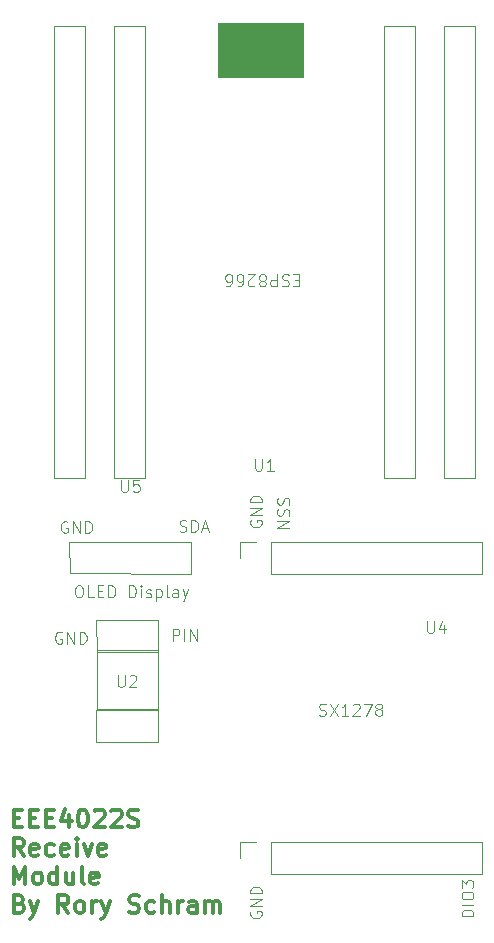
<source format=gbr>
%TF.GenerationSoftware,KiCad,Pcbnew,7.0.7*%
%TF.CreationDate,2023-09-27T12:22:37+02:00*%
%TF.ProjectId,EEE4022S Receiver Circuit,45454534-3032-4325-9320-526563656976,rev?*%
%TF.SameCoordinates,Original*%
%TF.FileFunction,Legend,Top*%
%TF.FilePolarity,Positive*%
%FSLAX46Y46*%
G04 Gerber Fmt 4.6, Leading zero omitted, Abs format (unit mm)*
G04 Created by KiCad (PCBNEW 7.0.7) date 2023-09-27 12:22:37*
%MOMM*%
%LPD*%
G01*
G04 APERTURE LIST*
%ADD10C,0.300000*%
%ADD11C,0.100000*%
%ADD12C,0.120000*%
%ADD13O,1.700000X1.700000*%
%ADD14R,1.700000X1.700000*%
G04 APERTURE END LIST*
D10*
X81580510Y-137312114D02*
X82080510Y-137312114D01*
X82294796Y-138097828D02*
X81580510Y-138097828D01*
X81580510Y-138097828D02*
X81580510Y-136597828D01*
X81580510Y-136597828D02*
X82294796Y-136597828D01*
X82937653Y-137312114D02*
X83437653Y-137312114D01*
X83651939Y-138097828D02*
X82937653Y-138097828D01*
X82937653Y-138097828D02*
X82937653Y-136597828D01*
X82937653Y-136597828D02*
X83651939Y-136597828D01*
X84294796Y-137312114D02*
X84794796Y-137312114D01*
X85009082Y-138097828D02*
X84294796Y-138097828D01*
X84294796Y-138097828D02*
X84294796Y-136597828D01*
X84294796Y-136597828D02*
X85009082Y-136597828D01*
X86294797Y-137097828D02*
X86294797Y-138097828D01*
X85937654Y-136526400D02*
X85580511Y-137597828D01*
X85580511Y-137597828D02*
X86509082Y-137597828D01*
X87366225Y-136597828D02*
X87509082Y-136597828D01*
X87509082Y-136597828D02*
X87651939Y-136669257D01*
X87651939Y-136669257D02*
X87723368Y-136740685D01*
X87723368Y-136740685D02*
X87794796Y-136883542D01*
X87794796Y-136883542D02*
X87866225Y-137169257D01*
X87866225Y-137169257D02*
X87866225Y-137526400D01*
X87866225Y-137526400D02*
X87794796Y-137812114D01*
X87794796Y-137812114D02*
X87723368Y-137954971D01*
X87723368Y-137954971D02*
X87651939Y-138026400D01*
X87651939Y-138026400D02*
X87509082Y-138097828D01*
X87509082Y-138097828D02*
X87366225Y-138097828D01*
X87366225Y-138097828D02*
X87223368Y-138026400D01*
X87223368Y-138026400D02*
X87151939Y-137954971D01*
X87151939Y-137954971D02*
X87080510Y-137812114D01*
X87080510Y-137812114D02*
X87009082Y-137526400D01*
X87009082Y-137526400D02*
X87009082Y-137169257D01*
X87009082Y-137169257D02*
X87080510Y-136883542D01*
X87080510Y-136883542D02*
X87151939Y-136740685D01*
X87151939Y-136740685D02*
X87223368Y-136669257D01*
X87223368Y-136669257D02*
X87366225Y-136597828D01*
X88437653Y-136740685D02*
X88509081Y-136669257D01*
X88509081Y-136669257D02*
X88651939Y-136597828D01*
X88651939Y-136597828D02*
X89009081Y-136597828D01*
X89009081Y-136597828D02*
X89151939Y-136669257D01*
X89151939Y-136669257D02*
X89223367Y-136740685D01*
X89223367Y-136740685D02*
X89294796Y-136883542D01*
X89294796Y-136883542D02*
X89294796Y-137026400D01*
X89294796Y-137026400D02*
X89223367Y-137240685D01*
X89223367Y-137240685D02*
X88366224Y-138097828D01*
X88366224Y-138097828D02*
X89294796Y-138097828D01*
X89866224Y-136740685D02*
X89937652Y-136669257D01*
X89937652Y-136669257D02*
X90080510Y-136597828D01*
X90080510Y-136597828D02*
X90437652Y-136597828D01*
X90437652Y-136597828D02*
X90580510Y-136669257D01*
X90580510Y-136669257D02*
X90651938Y-136740685D01*
X90651938Y-136740685D02*
X90723367Y-136883542D01*
X90723367Y-136883542D02*
X90723367Y-137026400D01*
X90723367Y-137026400D02*
X90651938Y-137240685D01*
X90651938Y-137240685D02*
X89794795Y-138097828D01*
X89794795Y-138097828D02*
X90723367Y-138097828D01*
X91294795Y-138026400D02*
X91509081Y-138097828D01*
X91509081Y-138097828D02*
X91866223Y-138097828D01*
X91866223Y-138097828D02*
X92009081Y-138026400D01*
X92009081Y-138026400D02*
X92080509Y-137954971D01*
X92080509Y-137954971D02*
X92151938Y-137812114D01*
X92151938Y-137812114D02*
X92151938Y-137669257D01*
X92151938Y-137669257D02*
X92080509Y-137526400D01*
X92080509Y-137526400D02*
X92009081Y-137454971D01*
X92009081Y-137454971D02*
X91866223Y-137383542D01*
X91866223Y-137383542D02*
X91580509Y-137312114D01*
X91580509Y-137312114D02*
X91437652Y-137240685D01*
X91437652Y-137240685D02*
X91366223Y-137169257D01*
X91366223Y-137169257D02*
X91294795Y-137026400D01*
X91294795Y-137026400D02*
X91294795Y-136883542D01*
X91294795Y-136883542D02*
X91366223Y-136740685D01*
X91366223Y-136740685D02*
X91437652Y-136669257D01*
X91437652Y-136669257D02*
X91580509Y-136597828D01*
X91580509Y-136597828D02*
X91937652Y-136597828D01*
X91937652Y-136597828D02*
X92151938Y-136669257D01*
X82437653Y-140512828D02*
X81937653Y-139798542D01*
X81580510Y-140512828D02*
X81580510Y-139012828D01*
X81580510Y-139012828D02*
X82151939Y-139012828D01*
X82151939Y-139012828D02*
X82294796Y-139084257D01*
X82294796Y-139084257D02*
X82366225Y-139155685D01*
X82366225Y-139155685D02*
X82437653Y-139298542D01*
X82437653Y-139298542D02*
X82437653Y-139512828D01*
X82437653Y-139512828D02*
X82366225Y-139655685D01*
X82366225Y-139655685D02*
X82294796Y-139727114D01*
X82294796Y-139727114D02*
X82151939Y-139798542D01*
X82151939Y-139798542D02*
X81580510Y-139798542D01*
X83651939Y-140441400D02*
X83509082Y-140512828D01*
X83509082Y-140512828D02*
X83223368Y-140512828D01*
X83223368Y-140512828D02*
X83080510Y-140441400D01*
X83080510Y-140441400D02*
X83009082Y-140298542D01*
X83009082Y-140298542D02*
X83009082Y-139727114D01*
X83009082Y-139727114D02*
X83080510Y-139584257D01*
X83080510Y-139584257D02*
X83223368Y-139512828D01*
X83223368Y-139512828D02*
X83509082Y-139512828D01*
X83509082Y-139512828D02*
X83651939Y-139584257D01*
X83651939Y-139584257D02*
X83723368Y-139727114D01*
X83723368Y-139727114D02*
X83723368Y-139869971D01*
X83723368Y-139869971D02*
X83009082Y-140012828D01*
X85009082Y-140441400D02*
X84866224Y-140512828D01*
X84866224Y-140512828D02*
X84580510Y-140512828D01*
X84580510Y-140512828D02*
X84437653Y-140441400D01*
X84437653Y-140441400D02*
X84366224Y-140369971D01*
X84366224Y-140369971D02*
X84294796Y-140227114D01*
X84294796Y-140227114D02*
X84294796Y-139798542D01*
X84294796Y-139798542D02*
X84366224Y-139655685D01*
X84366224Y-139655685D02*
X84437653Y-139584257D01*
X84437653Y-139584257D02*
X84580510Y-139512828D01*
X84580510Y-139512828D02*
X84866224Y-139512828D01*
X84866224Y-139512828D02*
X85009082Y-139584257D01*
X86223367Y-140441400D02*
X86080510Y-140512828D01*
X86080510Y-140512828D02*
X85794796Y-140512828D01*
X85794796Y-140512828D02*
X85651938Y-140441400D01*
X85651938Y-140441400D02*
X85580510Y-140298542D01*
X85580510Y-140298542D02*
X85580510Y-139727114D01*
X85580510Y-139727114D02*
X85651938Y-139584257D01*
X85651938Y-139584257D02*
X85794796Y-139512828D01*
X85794796Y-139512828D02*
X86080510Y-139512828D01*
X86080510Y-139512828D02*
X86223367Y-139584257D01*
X86223367Y-139584257D02*
X86294796Y-139727114D01*
X86294796Y-139727114D02*
X86294796Y-139869971D01*
X86294796Y-139869971D02*
X85580510Y-140012828D01*
X86937652Y-140512828D02*
X86937652Y-139512828D01*
X86937652Y-139012828D02*
X86866224Y-139084257D01*
X86866224Y-139084257D02*
X86937652Y-139155685D01*
X86937652Y-139155685D02*
X87009081Y-139084257D01*
X87009081Y-139084257D02*
X86937652Y-139012828D01*
X86937652Y-139012828D02*
X86937652Y-139155685D01*
X87509081Y-139512828D02*
X87866224Y-140512828D01*
X87866224Y-140512828D02*
X88223367Y-139512828D01*
X89366224Y-140441400D02*
X89223367Y-140512828D01*
X89223367Y-140512828D02*
X88937653Y-140512828D01*
X88937653Y-140512828D02*
X88794795Y-140441400D01*
X88794795Y-140441400D02*
X88723367Y-140298542D01*
X88723367Y-140298542D02*
X88723367Y-139727114D01*
X88723367Y-139727114D02*
X88794795Y-139584257D01*
X88794795Y-139584257D02*
X88937653Y-139512828D01*
X88937653Y-139512828D02*
X89223367Y-139512828D01*
X89223367Y-139512828D02*
X89366224Y-139584257D01*
X89366224Y-139584257D02*
X89437653Y-139727114D01*
X89437653Y-139727114D02*
X89437653Y-139869971D01*
X89437653Y-139869971D02*
X88723367Y-140012828D01*
X81580510Y-142927828D02*
X81580510Y-141427828D01*
X81580510Y-141427828D02*
X82080510Y-142499257D01*
X82080510Y-142499257D02*
X82580510Y-141427828D01*
X82580510Y-141427828D02*
X82580510Y-142927828D01*
X83509082Y-142927828D02*
X83366225Y-142856400D01*
X83366225Y-142856400D02*
X83294796Y-142784971D01*
X83294796Y-142784971D02*
X83223368Y-142642114D01*
X83223368Y-142642114D02*
X83223368Y-142213542D01*
X83223368Y-142213542D02*
X83294796Y-142070685D01*
X83294796Y-142070685D02*
X83366225Y-141999257D01*
X83366225Y-141999257D02*
X83509082Y-141927828D01*
X83509082Y-141927828D02*
X83723368Y-141927828D01*
X83723368Y-141927828D02*
X83866225Y-141999257D01*
X83866225Y-141999257D02*
X83937654Y-142070685D01*
X83937654Y-142070685D02*
X84009082Y-142213542D01*
X84009082Y-142213542D02*
X84009082Y-142642114D01*
X84009082Y-142642114D02*
X83937654Y-142784971D01*
X83937654Y-142784971D02*
X83866225Y-142856400D01*
X83866225Y-142856400D02*
X83723368Y-142927828D01*
X83723368Y-142927828D02*
X83509082Y-142927828D01*
X85294797Y-142927828D02*
X85294797Y-141427828D01*
X85294797Y-142856400D02*
X85151939Y-142927828D01*
X85151939Y-142927828D02*
X84866225Y-142927828D01*
X84866225Y-142927828D02*
X84723368Y-142856400D01*
X84723368Y-142856400D02*
X84651939Y-142784971D01*
X84651939Y-142784971D02*
X84580511Y-142642114D01*
X84580511Y-142642114D02*
X84580511Y-142213542D01*
X84580511Y-142213542D02*
X84651939Y-142070685D01*
X84651939Y-142070685D02*
X84723368Y-141999257D01*
X84723368Y-141999257D02*
X84866225Y-141927828D01*
X84866225Y-141927828D02*
X85151939Y-141927828D01*
X85151939Y-141927828D02*
X85294797Y-141999257D01*
X86651940Y-141927828D02*
X86651940Y-142927828D01*
X86009082Y-141927828D02*
X86009082Y-142713542D01*
X86009082Y-142713542D02*
X86080511Y-142856400D01*
X86080511Y-142856400D02*
X86223368Y-142927828D01*
X86223368Y-142927828D02*
X86437654Y-142927828D01*
X86437654Y-142927828D02*
X86580511Y-142856400D01*
X86580511Y-142856400D02*
X86651940Y-142784971D01*
X87580511Y-142927828D02*
X87437654Y-142856400D01*
X87437654Y-142856400D02*
X87366225Y-142713542D01*
X87366225Y-142713542D02*
X87366225Y-141427828D01*
X88723368Y-142856400D02*
X88580511Y-142927828D01*
X88580511Y-142927828D02*
X88294797Y-142927828D01*
X88294797Y-142927828D02*
X88151939Y-142856400D01*
X88151939Y-142856400D02*
X88080511Y-142713542D01*
X88080511Y-142713542D02*
X88080511Y-142142114D01*
X88080511Y-142142114D02*
X88151939Y-141999257D01*
X88151939Y-141999257D02*
X88294797Y-141927828D01*
X88294797Y-141927828D02*
X88580511Y-141927828D01*
X88580511Y-141927828D02*
X88723368Y-141999257D01*
X88723368Y-141999257D02*
X88794797Y-142142114D01*
X88794797Y-142142114D02*
X88794797Y-142284971D01*
X88794797Y-142284971D02*
X88080511Y-142427828D01*
X82080510Y-144557114D02*
X82294796Y-144628542D01*
X82294796Y-144628542D02*
X82366225Y-144699971D01*
X82366225Y-144699971D02*
X82437653Y-144842828D01*
X82437653Y-144842828D02*
X82437653Y-145057114D01*
X82437653Y-145057114D02*
X82366225Y-145199971D01*
X82366225Y-145199971D02*
X82294796Y-145271400D01*
X82294796Y-145271400D02*
X82151939Y-145342828D01*
X82151939Y-145342828D02*
X81580510Y-145342828D01*
X81580510Y-145342828D02*
X81580510Y-143842828D01*
X81580510Y-143842828D02*
X82080510Y-143842828D01*
X82080510Y-143842828D02*
X82223368Y-143914257D01*
X82223368Y-143914257D02*
X82294796Y-143985685D01*
X82294796Y-143985685D02*
X82366225Y-144128542D01*
X82366225Y-144128542D02*
X82366225Y-144271400D01*
X82366225Y-144271400D02*
X82294796Y-144414257D01*
X82294796Y-144414257D02*
X82223368Y-144485685D01*
X82223368Y-144485685D02*
X82080510Y-144557114D01*
X82080510Y-144557114D02*
X81580510Y-144557114D01*
X82937653Y-144342828D02*
X83294796Y-145342828D01*
X83651939Y-144342828D02*
X83294796Y-145342828D01*
X83294796Y-145342828D02*
X83151939Y-145699971D01*
X83151939Y-145699971D02*
X83080510Y-145771400D01*
X83080510Y-145771400D02*
X82937653Y-145842828D01*
X86223367Y-145342828D02*
X85723367Y-144628542D01*
X85366224Y-145342828D02*
X85366224Y-143842828D01*
X85366224Y-143842828D02*
X85937653Y-143842828D01*
X85937653Y-143842828D02*
X86080510Y-143914257D01*
X86080510Y-143914257D02*
X86151939Y-143985685D01*
X86151939Y-143985685D02*
X86223367Y-144128542D01*
X86223367Y-144128542D02*
X86223367Y-144342828D01*
X86223367Y-144342828D02*
X86151939Y-144485685D01*
X86151939Y-144485685D02*
X86080510Y-144557114D01*
X86080510Y-144557114D02*
X85937653Y-144628542D01*
X85937653Y-144628542D02*
X85366224Y-144628542D01*
X87080510Y-145342828D02*
X86937653Y-145271400D01*
X86937653Y-145271400D02*
X86866224Y-145199971D01*
X86866224Y-145199971D02*
X86794796Y-145057114D01*
X86794796Y-145057114D02*
X86794796Y-144628542D01*
X86794796Y-144628542D02*
X86866224Y-144485685D01*
X86866224Y-144485685D02*
X86937653Y-144414257D01*
X86937653Y-144414257D02*
X87080510Y-144342828D01*
X87080510Y-144342828D02*
X87294796Y-144342828D01*
X87294796Y-144342828D02*
X87437653Y-144414257D01*
X87437653Y-144414257D02*
X87509082Y-144485685D01*
X87509082Y-144485685D02*
X87580510Y-144628542D01*
X87580510Y-144628542D02*
X87580510Y-145057114D01*
X87580510Y-145057114D02*
X87509082Y-145199971D01*
X87509082Y-145199971D02*
X87437653Y-145271400D01*
X87437653Y-145271400D02*
X87294796Y-145342828D01*
X87294796Y-145342828D02*
X87080510Y-145342828D01*
X88223367Y-145342828D02*
X88223367Y-144342828D01*
X88223367Y-144628542D02*
X88294796Y-144485685D01*
X88294796Y-144485685D02*
X88366225Y-144414257D01*
X88366225Y-144414257D02*
X88509082Y-144342828D01*
X88509082Y-144342828D02*
X88651939Y-144342828D01*
X89009081Y-144342828D02*
X89366224Y-145342828D01*
X89723367Y-144342828D02*
X89366224Y-145342828D01*
X89366224Y-145342828D02*
X89223367Y-145699971D01*
X89223367Y-145699971D02*
X89151938Y-145771400D01*
X89151938Y-145771400D02*
X89009081Y-145842828D01*
X91366224Y-145271400D02*
X91580510Y-145342828D01*
X91580510Y-145342828D02*
X91937652Y-145342828D01*
X91937652Y-145342828D02*
X92080510Y-145271400D01*
X92080510Y-145271400D02*
X92151938Y-145199971D01*
X92151938Y-145199971D02*
X92223367Y-145057114D01*
X92223367Y-145057114D02*
X92223367Y-144914257D01*
X92223367Y-144914257D02*
X92151938Y-144771400D01*
X92151938Y-144771400D02*
X92080510Y-144699971D01*
X92080510Y-144699971D02*
X91937652Y-144628542D01*
X91937652Y-144628542D02*
X91651938Y-144557114D01*
X91651938Y-144557114D02*
X91509081Y-144485685D01*
X91509081Y-144485685D02*
X91437652Y-144414257D01*
X91437652Y-144414257D02*
X91366224Y-144271400D01*
X91366224Y-144271400D02*
X91366224Y-144128542D01*
X91366224Y-144128542D02*
X91437652Y-143985685D01*
X91437652Y-143985685D02*
X91509081Y-143914257D01*
X91509081Y-143914257D02*
X91651938Y-143842828D01*
X91651938Y-143842828D02*
X92009081Y-143842828D01*
X92009081Y-143842828D02*
X92223367Y-143914257D01*
X93509081Y-145271400D02*
X93366223Y-145342828D01*
X93366223Y-145342828D02*
X93080509Y-145342828D01*
X93080509Y-145342828D02*
X92937652Y-145271400D01*
X92937652Y-145271400D02*
X92866223Y-145199971D01*
X92866223Y-145199971D02*
X92794795Y-145057114D01*
X92794795Y-145057114D02*
X92794795Y-144628542D01*
X92794795Y-144628542D02*
X92866223Y-144485685D01*
X92866223Y-144485685D02*
X92937652Y-144414257D01*
X92937652Y-144414257D02*
X93080509Y-144342828D01*
X93080509Y-144342828D02*
X93366223Y-144342828D01*
X93366223Y-144342828D02*
X93509081Y-144414257D01*
X94151937Y-145342828D02*
X94151937Y-143842828D01*
X94794795Y-145342828D02*
X94794795Y-144557114D01*
X94794795Y-144557114D02*
X94723366Y-144414257D01*
X94723366Y-144414257D02*
X94580509Y-144342828D01*
X94580509Y-144342828D02*
X94366223Y-144342828D01*
X94366223Y-144342828D02*
X94223366Y-144414257D01*
X94223366Y-144414257D02*
X94151937Y-144485685D01*
X95509080Y-145342828D02*
X95509080Y-144342828D01*
X95509080Y-144628542D02*
X95580509Y-144485685D01*
X95580509Y-144485685D02*
X95651938Y-144414257D01*
X95651938Y-144414257D02*
X95794795Y-144342828D01*
X95794795Y-144342828D02*
X95937652Y-144342828D01*
X97080509Y-145342828D02*
X97080509Y-144557114D01*
X97080509Y-144557114D02*
X97009080Y-144414257D01*
X97009080Y-144414257D02*
X96866223Y-144342828D01*
X96866223Y-144342828D02*
X96580509Y-144342828D01*
X96580509Y-144342828D02*
X96437651Y-144414257D01*
X97080509Y-145271400D02*
X96937651Y-145342828D01*
X96937651Y-145342828D02*
X96580509Y-145342828D01*
X96580509Y-145342828D02*
X96437651Y-145271400D01*
X96437651Y-145271400D02*
X96366223Y-145128542D01*
X96366223Y-145128542D02*
X96366223Y-144985685D01*
X96366223Y-144985685D02*
X96437651Y-144842828D01*
X96437651Y-144842828D02*
X96580509Y-144771400D01*
X96580509Y-144771400D02*
X96937651Y-144771400D01*
X96937651Y-144771400D02*
X97080509Y-144699971D01*
X97794794Y-145342828D02*
X97794794Y-144342828D01*
X97794794Y-144485685D02*
X97866223Y-144414257D01*
X97866223Y-144414257D02*
X98009080Y-144342828D01*
X98009080Y-144342828D02*
X98223366Y-144342828D01*
X98223366Y-144342828D02*
X98366223Y-144414257D01*
X98366223Y-144414257D02*
X98437652Y-144557114D01*
X98437652Y-144557114D02*
X98437652Y-145342828D01*
X98437652Y-144557114D02*
X98509080Y-144414257D01*
X98509080Y-144414257D02*
X98651937Y-144342828D01*
X98651937Y-144342828D02*
X98866223Y-144342828D01*
X98866223Y-144342828D02*
X99009080Y-144414257D01*
X99009080Y-144414257D02*
X99080509Y-144557114D01*
X99080509Y-144557114D02*
X99080509Y-145342828D01*
D11*
X102033095Y-106899419D02*
X102033095Y-107708942D01*
X102033095Y-107708942D02*
X102080714Y-107804180D01*
X102080714Y-107804180D02*
X102128333Y-107851800D01*
X102128333Y-107851800D02*
X102223571Y-107899419D01*
X102223571Y-107899419D02*
X102414047Y-107899419D01*
X102414047Y-107899419D02*
X102509285Y-107851800D01*
X102509285Y-107851800D02*
X102556904Y-107804180D01*
X102556904Y-107804180D02*
X102604523Y-107708942D01*
X102604523Y-107708942D02*
X102604523Y-106899419D01*
X103604523Y-107899419D02*
X103033095Y-107899419D01*
X103318809Y-107899419D02*
X103318809Y-106899419D01*
X103318809Y-106899419D02*
X103223571Y-107042276D01*
X103223571Y-107042276D02*
X103128333Y-107137514D01*
X103128333Y-107137514D02*
X103033095Y-107185133D01*
X105751115Y-91799390D02*
X105417782Y-91799390D01*
X105274925Y-91275580D02*
X105751115Y-91275580D01*
X105751115Y-91275580D02*
X105751115Y-92275580D01*
X105751115Y-92275580D02*
X105274925Y-92275580D01*
X104893972Y-91323200D02*
X104751115Y-91275580D01*
X104751115Y-91275580D02*
X104513020Y-91275580D01*
X104513020Y-91275580D02*
X104417782Y-91323200D01*
X104417782Y-91323200D02*
X104370163Y-91370819D01*
X104370163Y-91370819D02*
X104322544Y-91466057D01*
X104322544Y-91466057D02*
X104322544Y-91561295D01*
X104322544Y-91561295D02*
X104370163Y-91656533D01*
X104370163Y-91656533D02*
X104417782Y-91704152D01*
X104417782Y-91704152D02*
X104513020Y-91751771D01*
X104513020Y-91751771D02*
X104703496Y-91799390D01*
X104703496Y-91799390D02*
X104798734Y-91847009D01*
X104798734Y-91847009D02*
X104846353Y-91894628D01*
X104846353Y-91894628D02*
X104893972Y-91989866D01*
X104893972Y-91989866D02*
X104893972Y-92085104D01*
X104893972Y-92085104D02*
X104846353Y-92180342D01*
X104846353Y-92180342D02*
X104798734Y-92227961D01*
X104798734Y-92227961D02*
X104703496Y-92275580D01*
X104703496Y-92275580D02*
X104465401Y-92275580D01*
X104465401Y-92275580D02*
X104322544Y-92227961D01*
X103893972Y-91275580D02*
X103893972Y-92275580D01*
X103893972Y-92275580D02*
X103513020Y-92275580D01*
X103513020Y-92275580D02*
X103417782Y-92227961D01*
X103417782Y-92227961D02*
X103370163Y-92180342D01*
X103370163Y-92180342D02*
X103322544Y-92085104D01*
X103322544Y-92085104D02*
X103322544Y-91942247D01*
X103322544Y-91942247D02*
X103370163Y-91847009D01*
X103370163Y-91847009D02*
X103417782Y-91799390D01*
X103417782Y-91799390D02*
X103513020Y-91751771D01*
X103513020Y-91751771D02*
X103893972Y-91751771D01*
X102751115Y-91847009D02*
X102846353Y-91894628D01*
X102846353Y-91894628D02*
X102893972Y-91942247D01*
X102893972Y-91942247D02*
X102941591Y-92037485D01*
X102941591Y-92037485D02*
X102941591Y-92085104D01*
X102941591Y-92085104D02*
X102893972Y-92180342D01*
X102893972Y-92180342D02*
X102846353Y-92227961D01*
X102846353Y-92227961D02*
X102751115Y-92275580D01*
X102751115Y-92275580D02*
X102560639Y-92275580D01*
X102560639Y-92275580D02*
X102465401Y-92227961D01*
X102465401Y-92227961D02*
X102417782Y-92180342D01*
X102417782Y-92180342D02*
X102370163Y-92085104D01*
X102370163Y-92085104D02*
X102370163Y-92037485D01*
X102370163Y-92037485D02*
X102417782Y-91942247D01*
X102417782Y-91942247D02*
X102465401Y-91894628D01*
X102465401Y-91894628D02*
X102560639Y-91847009D01*
X102560639Y-91847009D02*
X102751115Y-91847009D01*
X102751115Y-91847009D02*
X102846353Y-91799390D01*
X102846353Y-91799390D02*
X102893972Y-91751771D01*
X102893972Y-91751771D02*
X102941591Y-91656533D01*
X102941591Y-91656533D02*
X102941591Y-91466057D01*
X102941591Y-91466057D02*
X102893972Y-91370819D01*
X102893972Y-91370819D02*
X102846353Y-91323200D01*
X102846353Y-91323200D02*
X102751115Y-91275580D01*
X102751115Y-91275580D02*
X102560639Y-91275580D01*
X102560639Y-91275580D02*
X102465401Y-91323200D01*
X102465401Y-91323200D02*
X102417782Y-91370819D01*
X102417782Y-91370819D02*
X102370163Y-91466057D01*
X102370163Y-91466057D02*
X102370163Y-91656533D01*
X102370163Y-91656533D02*
X102417782Y-91751771D01*
X102417782Y-91751771D02*
X102465401Y-91799390D01*
X102465401Y-91799390D02*
X102560639Y-91847009D01*
X101989210Y-92180342D02*
X101941591Y-92227961D01*
X101941591Y-92227961D02*
X101846353Y-92275580D01*
X101846353Y-92275580D02*
X101608258Y-92275580D01*
X101608258Y-92275580D02*
X101513020Y-92227961D01*
X101513020Y-92227961D02*
X101465401Y-92180342D01*
X101465401Y-92180342D02*
X101417782Y-92085104D01*
X101417782Y-92085104D02*
X101417782Y-91989866D01*
X101417782Y-91989866D02*
X101465401Y-91847009D01*
X101465401Y-91847009D02*
X102036829Y-91275580D01*
X102036829Y-91275580D02*
X101417782Y-91275580D01*
X100560639Y-92275580D02*
X100751115Y-92275580D01*
X100751115Y-92275580D02*
X100846353Y-92227961D01*
X100846353Y-92227961D02*
X100893972Y-92180342D01*
X100893972Y-92180342D02*
X100989210Y-92037485D01*
X100989210Y-92037485D02*
X101036829Y-91847009D01*
X101036829Y-91847009D02*
X101036829Y-91466057D01*
X101036829Y-91466057D02*
X100989210Y-91370819D01*
X100989210Y-91370819D02*
X100941591Y-91323200D01*
X100941591Y-91323200D02*
X100846353Y-91275580D01*
X100846353Y-91275580D02*
X100655877Y-91275580D01*
X100655877Y-91275580D02*
X100560639Y-91323200D01*
X100560639Y-91323200D02*
X100513020Y-91370819D01*
X100513020Y-91370819D02*
X100465401Y-91466057D01*
X100465401Y-91466057D02*
X100465401Y-91704152D01*
X100465401Y-91704152D02*
X100513020Y-91799390D01*
X100513020Y-91799390D02*
X100560639Y-91847009D01*
X100560639Y-91847009D02*
X100655877Y-91894628D01*
X100655877Y-91894628D02*
X100846353Y-91894628D01*
X100846353Y-91894628D02*
X100941591Y-91847009D01*
X100941591Y-91847009D02*
X100989210Y-91799390D01*
X100989210Y-91799390D02*
X101036829Y-91704152D01*
X99608258Y-92275580D02*
X99798734Y-92275580D01*
X99798734Y-92275580D02*
X99893972Y-92227961D01*
X99893972Y-92227961D02*
X99941591Y-92180342D01*
X99941591Y-92180342D02*
X100036829Y-92037485D01*
X100036829Y-92037485D02*
X100084448Y-91847009D01*
X100084448Y-91847009D02*
X100084448Y-91466057D01*
X100084448Y-91466057D02*
X100036829Y-91370819D01*
X100036829Y-91370819D02*
X99989210Y-91323200D01*
X99989210Y-91323200D02*
X99893972Y-91275580D01*
X99893972Y-91275580D02*
X99703496Y-91275580D01*
X99703496Y-91275580D02*
X99608258Y-91323200D01*
X99608258Y-91323200D02*
X99560639Y-91370819D01*
X99560639Y-91370819D02*
X99513020Y-91466057D01*
X99513020Y-91466057D02*
X99513020Y-91704152D01*
X99513020Y-91704152D02*
X99560639Y-91799390D01*
X99560639Y-91799390D02*
X99608258Y-91847009D01*
X99608258Y-91847009D02*
X99703496Y-91894628D01*
X99703496Y-91894628D02*
X99893972Y-91894628D01*
X99893972Y-91894628D02*
X99989210Y-91847009D01*
X99989210Y-91847009D02*
X100036829Y-91799390D01*
X100036829Y-91799390D02*
X100084448Y-91704152D01*
X116586095Y-120639419D02*
X116586095Y-121448942D01*
X116586095Y-121448942D02*
X116633714Y-121544180D01*
X116633714Y-121544180D02*
X116681333Y-121591800D01*
X116681333Y-121591800D02*
X116776571Y-121639419D01*
X116776571Y-121639419D02*
X116967047Y-121639419D01*
X116967047Y-121639419D02*
X117062285Y-121591800D01*
X117062285Y-121591800D02*
X117109904Y-121544180D01*
X117109904Y-121544180D02*
X117157523Y-121448942D01*
X117157523Y-121448942D02*
X117157523Y-120639419D01*
X118062285Y-120972752D02*
X118062285Y-121639419D01*
X117824190Y-120591800D02*
X117586095Y-121306085D01*
X117586095Y-121306085D02*
X118205142Y-121306085D01*
X120515419Y-145637115D02*
X119515419Y-145637115D01*
X119515419Y-145637115D02*
X119515419Y-145399020D01*
X119515419Y-145399020D02*
X119563038Y-145256163D01*
X119563038Y-145256163D02*
X119658276Y-145160925D01*
X119658276Y-145160925D02*
X119753514Y-145113306D01*
X119753514Y-145113306D02*
X119943990Y-145065687D01*
X119943990Y-145065687D02*
X120086847Y-145065687D01*
X120086847Y-145065687D02*
X120277323Y-145113306D01*
X120277323Y-145113306D02*
X120372561Y-145160925D01*
X120372561Y-145160925D02*
X120467800Y-145256163D01*
X120467800Y-145256163D02*
X120515419Y-145399020D01*
X120515419Y-145399020D02*
X120515419Y-145637115D01*
X120515419Y-144637115D02*
X119515419Y-144637115D01*
X119515419Y-143970449D02*
X119515419Y-143779973D01*
X119515419Y-143779973D02*
X119563038Y-143684735D01*
X119563038Y-143684735D02*
X119658276Y-143589497D01*
X119658276Y-143589497D02*
X119848752Y-143541878D01*
X119848752Y-143541878D02*
X120182085Y-143541878D01*
X120182085Y-143541878D02*
X120372561Y-143589497D01*
X120372561Y-143589497D02*
X120467800Y-143684735D01*
X120467800Y-143684735D02*
X120515419Y-143779973D01*
X120515419Y-143779973D02*
X120515419Y-143970449D01*
X120515419Y-143970449D02*
X120467800Y-144065687D01*
X120467800Y-144065687D02*
X120372561Y-144160925D01*
X120372561Y-144160925D02*
X120182085Y-144208544D01*
X120182085Y-144208544D02*
X119848752Y-144208544D01*
X119848752Y-144208544D02*
X119658276Y-144160925D01*
X119658276Y-144160925D02*
X119563038Y-144065687D01*
X119563038Y-144065687D02*
X119515419Y-143970449D01*
X119515419Y-143208544D02*
X119515419Y-142589497D01*
X119515419Y-142589497D02*
X119896371Y-142922830D01*
X119896371Y-142922830D02*
X119896371Y-142779973D01*
X119896371Y-142779973D02*
X119943990Y-142684735D01*
X119943990Y-142684735D02*
X119991609Y-142637116D01*
X119991609Y-142637116D02*
X120086847Y-142589497D01*
X120086847Y-142589497D02*
X120324942Y-142589497D01*
X120324942Y-142589497D02*
X120420180Y-142637116D01*
X120420180Y-142637116D02*
X120467800Y-142684735D01*
X120467800Y-142684735D02*
X120515419Y-142779973D01*
X120515419Y-142779973D02*
X120515419Y-143065687D01*
X120515419Y-143065687D02*
X120467800Y-143160925D01*
X120467800Y-143160925D02*
X120420180Y-143208544D01*
X107459265Y-128605800D02*
X107602122Y-128653419D01*
X107602122Y-128653419D02*
X107840217Y-128653419D01*
X107840217Y-128653419D02*
X107935455Y-128605800D01*
X107935455Y-128605800D02*
X107983074Y-128558180D01*
X107983074Y-128558180D02*
X108030693Y-128462942D01*
X108030693Y-128462942D02*
X108030693Y-128367704D01*
X108030693Y-128367704D02*
X107983074Y-128272466D01*
X107983074Y-128272466D02*
X107935455Y-128224847D01*
X107935455Y-128224847D02*
X107840217Y-128177228D01*
X107840217Y-128177228D02*
X107649741Y-128129609D01*
X107649741Y-128129609D02*
X107554503Y-128081990D01*
X107554503Y-128081990D02*
X107506884Y-128034371D01*
X107506884Y-128034371D02*
X107459265Y-127939133D01*
X107459265Y-127939133D02*
X107459265Y-127843895D01*
X107459265Y-127843895D02*
X107506884Y-127748657D01*
X107506884Y-127748657D02*
X107554503Y-127701038D01*
X107554503Y-127701038D02*
X107649741Y-127653419D01*
X107649741Y-127653419D02*
X107887836Y-127653419D01*
X107887836Y-127653419D02*
X108030693Y-127701038D01*
X108364027Y-127653419D02*
X109030693Y-128653419D01*
X109030693Y-127653419D02*
X108364027Y-128653419D01*
X109935455Y-128653419D02*
X109364027Y-128653419D01*
X109649741Y-128653419D02*
X109649741Y-127653419D01*
X109649741Y-127653419D02*
X109554503Y-127796276D01*
X109554503Y-127796276D02*
X109459265Y-127891514D01*
X109459265Y-127891514D02*
X109364027Y-127939133D01*
X110316408Y-127748657D02*
X110364027Y-127701038D01*
X110364027Y-127701038D02*
X110459265Y-127653419D01*
X110459265Y-127653419D02*
X110697360Y-127653419D01*
X110697360Y-127653419D02*
X110792598Y-127701038D01*
X110792598Y-127701038D02*
X110840217Y-127748657D01*
X110840217Y-127748657D02*
X110887836Y-127843895D01*
X110887836Y-127843895D02*
X110887836Y-127939133D01*
X110887836Y-127939133D02*
X110840217Y-128081990D01*
X110840217Y-128081990D02*
X110268789Y-128653419D01*
X110268789Y-128653419D02*
X110887836Y-128653419D01*
X111221170Y-127653419D02*
X111887836Y-127653419D01*
X111887836Y-127653419D02*
X111459265Y-128653419D01*
X112411646Y-128081990D02*
X112316408Y-128034371D01*
X112316408Y-128034371D02*
X112268789Y-127986752D01*
X112268789Y-127986752D02*
X112221170Y-127891514D01*
X112221170Y-127891514D02*
X112221170Y-127843895D01*
X112221170Y-127843895D02*
X112268789Y-127748657D01*
X112268789Y-127748657D02*
X112316408Y-127701038D01*
X112316408Y-127701038D02*
X112411646Y-127653419D01*
X112411646Y-127653419D02*
X112602122Y-127653419D01*
X112602122Y-127653419D02*
X112697360Y-127701038D01*
X112697360Y-127701038D02*
X112744979Y-127748657D01*
X112744979Y-127748657D02*
X112792598Y-127843895D01*
X112792598Y-127843895D02*
X112792598Y-127891514D01*
X112792598Y-127891514D02*
X112744979Y-127986752D01*
X112744979Y-127986752D02*
X112697360Y-128034371D01*
X112697360Y-128034371D02*
X112602122Y-128081990D01*
X112602122Y-128081990D02*
X112411646Y-128081990D01*
X112411646Y-128081990D02*
X112316408Y-128129609D01*
X112316408Y-128129609D02*
X112268789Y-128177228D01*
X112268789Y-128177228D02*
X112221170Y-128272466D01*
X112221170Y-128272466D02*
X112221170Y-128462942D01*
X112221170Y-128462942D02*
X112268789Y-128558180D01*
X112268789Y-128558180D02*
X112316408Y-128605800D01*
X112316408Y-128605800D02*
X112411646Y-128653419D01*
X112411646Y-128653419D02*
X112602122Y-128653419D01*
X112602122Y-128653419D02*
X112697360Y-128605800D01*
X112697360Y-128605800D02*
X112744979Y-128558180D01*
X112744979Y-128558180D02*
X112792598Y-128462942D01*
X112792598Y-128462942D02*
X112792598Y-128272466D01*
X112792598Y-128272466D02*
X112744979Y-128177228D01*
X112744979Y-128177228D02*
X112697360Y-128129609D01*
X112697360Y-128129609D02*
X112602122Y-128081990D01*
X101663038Y-112113306D02*
X101615419Y-112208544D01*
X101615419Y-112208544D02*
X101615419Y-112351401D01*
X101615419Y-112351401D02*
X101663038Y-112494258D01*
X101663038Y-112494258D02*
X101758276Y-112589496D01*
X101758276Y-112589496D02*
X101853514Y-112637115D01*
X101853514Y-112637115D02*
X102043990Y-112684734D01*
X102043990Y-112684734D02*
X102186847Y-112684734D01*
X102186847Y-112684734D02*
X102377323Y-112637115D01*
X102377323Y-112637115D02*
X102472561Y-112589496D01*
X102472561Y-112589496D02*
X102567800Y-112494258D01*
X102567800Y-112494258D02*
X102615419Y-112351401D01*
X102615419Y-112351401D02*
X102615419Y-112256163D01*
X102615419Y-112256163D02*
X102567800Y-112113306D01*
X102567800Y-112113306D02*
X102520180Y-112065687D01*
X102520180Y-112065687D02*
X102186847Y-112065687D01*
X102186847Y-112065687D02*
X102186847Y-112256163D01*
X102615419Y-111637115D02*
X101615419Y-111637115D01*
X101615419Y-111637115D02*
X102615419Y-111065687D01*
X102615419Y-111065687D02*
X101615419Y-111065687D01*
X102615419Y-110589496D02*
X101615419Y-110589496D01*
X101615419Y-110589496D02*
X101615419Y-110351401D01*
X101615419Y-110351401D02*
X101663038Y-110208544D01*
X101663038Y-110208544D02*
X101758276Y-110113306D01*
X101758276Y-110113306D02*
X101853514Y-110065687D01*
X101853514Y-110065687D02*
X102043990Y-110018068D01*
X102043990Y-110018068D02*
X102186847Y-110018068D01*
X102186847Y-110018068D02*
X102377323Y-110065687D01*
X102377323Y-110065687D02*
X102472561Y-110113306D01*
X102472561Y-110113306D02*
X102567800Y-110208544D01*
X102567800Y-110208544D02*
X102615419Y-110351401D01*
X102615419Y-110351401D02*
X102615419Y-110589496D01*
X101663038Y-145213306D02*
X101615419Y-145308544D01*
X101615419Y-145308544D02*
X101615419Y-145451401D01*
X101615419Y-145451401D02*
X101663038Y-145594258D01*
X101663038Y-145594258D02*
X101758276Y-145689496D01*
X101758276Y-145689496D02*
X101853514Y-145737115D01*
X101853514Y-145737115D02*
X102043990Y-145784734D01*
X102043990Y-145784734D02*
X102186847Y-145784734D01*
X102186847Y-145784734D02*
X102377323Y-145737115D01*
X102377323Y-145737115D02*
X102472561Y-145689496D01*
X102472561Y-145689496D02*
X102567800Y-145594258D01*
X102567800Y-145594258D02*
X102615419Y-145451401D01*
X102615419Y-145451401D02*
X102615419Y-145356163D01*
X102615419Y-145356163D02*
X102567800Y-145213306D01*
X102567800Y-145213306D02*
X102520180Y-145165687D01*
X102520180Y-145165687D02*
X102186847Y-145165687D01*
X102186847Y-145165687D02*
X102186847Y-145356163D01*
X102615419Y-144737115D02*
X101615419Y-144737115D01*
X101615419Y-144737115D02*
X102615419Y-144165687D01*
X102615419Y-144165687D02*
X101615419Y-144165687D01*
X102615419Y-143689496D02*
X101615419Y-143689496D01*
X101615419Y-143689496D02*
X101615419Y-143451401D01*
X101615419Y-143451401D02*
X101663038Y-143308544D01*
X101663038Y-143308544D02*
X101758276Y-143213306D01*
X101758276Y-143213306D02*
X101853514Y-143165687D01*
X101853514Y-143165687D02*
X102043990Y-143118068D01*
X102043990Y-143118068D02*
X102186847Y-143118068D01*
X102186847Y-143118068D02*
X102377323Y-143165687D01*
X102377323Y-143165687D02*
X102472561Y-143213306D01*
X102472561Y-143213306D02*
X102567800Y-143308544D01*
X102567800Y-143308544D02*
X102615419Y-143451401D01*
X102615419Y-143451401D02*
X102615419Y-143689496D01*
X104915419Y-112737115D02*
X103915419Y-112737115D01*
X103915419Y-112737115D02*
X104915419Y-112165687D01*
X104915419Y-112165687D02*
X103915419Y-112165687D01*
X104867800Y-111737115D02*
X104915419Y-111594258D01*
X104915419Y-111594258D02*
X104915419Y-111356163D01*
X104915419Y-111356163D02*
X104867800Y-111260925D01*
X104867800Y-111260925D02*
X104820180Y-111213306D01*
X104820180Y-111213306D02*
X104724942Y-111165687D01*
X104724942Y-111165687D02*
X104629704Y-111165687D01*
X104629704Y-111165687D02*
X104534466Y-111213306D01*
X104534466Y-111213306D02*
X104486847Y-111260925D01*
X104486847Y-111260925D02*
X104439228Y-111356163D01*
X104439228Y-111356163D02*
X104391609Y-111546639D01*
X104391609Y-111546639D02*
X104343990Y-111641877D01*
X104343990Y-111641877D02*
X104296371Y-111689496D01*
X104296371Y-111689496D02*
X104201133Y-111737115D01*
X104201133Y-111737115D02*
X104105895Y-111737115D01*
X104105895Y-111737115D02*
X104010657Y-111689496D01*
X104010657Y-111689496D02*
X103963038Y-111641877D01*
X103963038Y-111641877D02*
X103915419Y-111546639D01*
X103915419Y-111546639D02*
X103915419Y-111308544D01*
X103915419Y-111308544D02*
X103963038Y-111165687D01*
X104867800Y-110784734D02*
X104915419Y-110641877D01*
X104915419Y-110641877D02*
X104915419Y-110403782D01*
X104915419Y-110403782D02*
X104867800Y-110308544D01*
X104867800Y-110308544D02*
X104820180Y-110260925D01*
X104820180Y-110260925D02*
X104724942Y-110213306D01*
X104724942Y-110213306D02*
X104629704Y-110213306D01*
X104629704Y-110213306D02*
X104534466Y-110260925D01*
X104534466Y-110260925D02*
X104486847Y-110308544D01*
X104486847Y-110308544D02*
X104439228Y-110403782D01*
X104439228Y-110403782D02*
X104391609Y-110594258D01*
X104391609Y-110594258D02*
X104343990Y-110689496D01*
X104343990Y-110689496D02*
X104296371Y-110737115D01*
X104296371Y-110737115D02*
X104201133Y-110784734D01*
X104201133Y-110784734D02*
X104105895Y-110784734D01*
X104105895Y-110784734D02*
X104010657Y-110737115D01*
X104010657Y-110737115D02*
X103963038Y-110689496D01*
X103963038Y-110689496D02*
X103915419Y-110594258D01*
X103915419Y-110594258D02*
X103915419Y-110356163D01*
X103915419Y-110356163D02*
X103963038Y-110213306D01*
X90404095Y-125212419D02*
X90404095Y-126021942D01*
X90404095Y-126021942D02*
X90451714Y-126117180D01*
X90451714Y-126117180D02*
X90499333Y-126164800D01*
X90499333Y-126164800D02*
X90594571Y-126212419D01*
X90594571Y-126212419D02*
X90785047Y-126212419D01*
X90785047Y-126212419D02*
X90880285Y-126164800D01*
X90880285Y-126164800D02*
X90927904Y-126117180D01*
X90927904Y-126117180D02*
X90975523Y-126021942D01*
X90975523Y-126021942D02*
X90975523Y-125212419D01*
X91404095Y-125307657D02*
X91451714Y-125260038D01*
X91451714Y-125260038D02*
X91546952Y-125212419D01*
X91546952Y-125212419D02*
X91785047Y-125212419D01*
X91785047Y-125212419D02*
X91880285Y-125260038D01*
X91880285Y-125260038D02*
X91927904Y-125307657D01*
X91927904Y-125307657D02*
X91975523Y-125402895D01*
X91975523Y-125402895D02*
X91975523Y-125498133D01*
X91975523Y-125498133D02*
X91927904Y-125640990D01*
X91927904Y-125640990D02*
X91356476Y-126212419D01*
X91356476Y-126212419D02*
X91975523Y-126212419D01*
X85663693Y-121602038D02*
X85568455Y-121554419D01*
X85568455Y-121554419D02*
X85425598Y-121554419D01*
X85425598Y-121554419D02*
X85282741Y-121602038D01*
X85282741Y-121602038D02*
X85187503Y-121697276D01*
X85187503Y-121697276D02*
X85139884Y-121792514D01*
X85139884Y-121792514D02*
X85092265Y-121982990D01*
X85092265Y-121982990D02*
X85092265Y-122125847D01*
X85092265Y-122125847D02*
X85139884Y-122316323D01*
X85139884Y-122316323D02*
X85187503Y-122411561D01*
X85187503Y-122411561D02*
X85282741Y-122506800D01*
X85282741Y-122506800D02*
X85425598Y-122554419D01*
X85425598Y-122554419D02*
X85520836Y-122554419D01*
X85520836Y-122554419D02*
X85663693Y-122506800D01*
X85663693Y-122506800D02*
X85711312Y-122459180D01*
X85711312Y-122459180D02*
X85711312Y-122125847D01*
X85711312Y-122125847D02*
X85520836Y-122125847D01*
X86139884Y-122554419D02*
X86139884Y-121554419D01*
X86139884Y-121554419D02*
X86711312Y-122554419D01*
X86711312Y-122554419D02*
X86711312Y-121554419D01*
X87187503Y-122554419D02*
X87187503Y-121554419D01*
X87187503Y-121554419D02*
X87425598Y-121554419D01*
X87425598Y-121554419D02*
X87568455Y-121602038D01*
X87568455Y-121602038D02*
X87663693Y-121697276D01*
X87663693Y-121697276D02*
X87711312Y-121792514D01*
X87711312Y-121792514D02*
X87758931Y-121982990D01*
X87758931Y-121982990D02*
X87758931Y-122125847D01*
X87758931Y-122125847D02*
X87711312Y-122316323D01*
X87711312Y-122316323D02*
X87663693Y-122411561D01*
X87663693Y-122411561D02*
X87568455Y-122506800D01*
X87568455Y-122506800D02*
X87425598Y-122554419D01*
X87425598Y-122554419D02*
X87187503Y-122554419D01*
X95045884Y-122300419D02*
X95045884Y-121300419D01*
X95045884Y-121300419D02*
X95426836Y-121300419D01*
X95426836Y-121300419D02*
X95522074Y-121348038D01*
X95522074Y-121348038D02*
X95569693Y-121395657D01*
X95569693Y-121395657D02*
X95617312Y-121490895D01*
X95617312Y-121490895D02*
X95617312Y-121633752D01*
X95617312Y-121633752D02*
X95569693Y-121728990D01*
X95569693Y-121728990D02*
X95522074Y-121776609D01*
X95522074Y-121776609D02*
X95426836Y-121824228D01*
X95426836Y-121824228D02*
X95045884Y-121824228D01*
X96045884Y-122300419D02*
X96045884Y-121300419D01*
X96522074Y-122300419D02*
X96522074Y-121300419D01*
X96522074Y-121300419D02*
X97093502Y-122300419D01*
X97093502Y-122300419D02*
X97093502Y-121300419D01*
X90688095Y-108693419D02*
X90688095Y-109502942D01*
X90688095Y-109502942D02*
X90735714Y-109598180D01*
X90735714Y-109598180D02*
X90783333Y-109645800D01*
X90783333Y-109645800D02*
X90878571Y-109693419D01*
X90878571Y-109693419D02*
X91069047Y-109693419D01*
X91069047Y-109693419D02*
X91164285Y-109645800D01*
X91164285Y-109645800D02*
X91211904Y-109598180D01*
X91211904Y-109598180D02*
X91259523Y-109502942D01*
X91259523Y-109502942D02*
X91259523Y-108693419D01*
X92211904Y-108693419D02*
X91735714Y-108693419D01*
X91735714Y-108693419D02*
X91688095Y-109169609D01*
X91688095Y-109169609D02*
X91735714Y-109121990D01*
X91735714Y-109121990D02*
X91830952Y-109074371D01*
X91830952Y-109074371D02*
X92069047Y-109074371D01*
X92069047Y-109074371D02*
X92164285Y-109121990D01*
X92164285Y-109121990D02*
X92211904Y-109169609D01*
X92211904Y-109169609D02*
X92259523Y-109264847D01*
X92259523Y-109264847D02*
X92259523Y-109502942D01*
X92259523Y-109502942D02*
X92211904Y-109598180D01*
X92211904Y-109598180D02*
X92164285Y-109645800D01*
X92164285Y-109645800D02*
X92069047Y-109693419D01*
X92069047Y-109693419D02*
X91830952Y-109693419D01*
X91830952Y-109693419D02*
X91735714Y-109645800D01*
X91735714Y-109645800D02*
X91688095Y-109598180D01*
X86147693Y-112226038D02*
X86052455Y-112178419D01*
X86052455Y-112178419D02*
X85909598Y-112178419D01*
X85909598Y-112178419D02*
X85766741Y-112226038D01*
X85766741Y-112226038D02*
X85671503Y-112321276D01*
X85671503Y-112321276D02*
X85623884Y-112416514D01*
X85623884Y-112416514D02*
X85576265Y-112606990D01*
X85576265Y-112606990D02*
X85576265Y-112749847D01*
X85576265Y-112749847D02*
X85623884Y-112940323D01*
X85623884Y-112940323D02*
X85671503Y-113035561D01*
X85671503Y-113035561D02*
X85766741Y-113130800D01*
X85766741Y-113130800D02*
X85909598Y-113178419D01*
X85909598Y-113178419D02*
X86004836Y-113178419D01*
X86004836Y-113178419D02*
X86147693Y-113130800D01*
X86147693Y-113130800D02*
X86195312Y-113083180D01*
X86195312Y-113083180D02*
X86195312Y-112749847D01*
X86195312Y-112749847D02*
X86004836Y-112749847D01*
X86623884Y-113178419D02*
X86623884Y-112178419D01*
X86623884Y-112178419D02*
X87195312Y-113178419D01*
X87195312Y-113178419D02*
X87195312Y-112178419D01*
X87671503Y-113178419D02*
X87671503Y-112178419D01*
X87671503Y-112178419D02*
X87909598Y-112178419D01*
X87909598Y-112178419D02*
X88052455Y-112226038D01*
X88052455Y-112226038D02*
X88147693Y-112321276D01*
X88147693Y-112321276D02*
X88195312Y-112416514D01*
X88195312Y-112416514D02*
X88242931Y-112606990D01*
X88242931Y-112606990D02*
X88242931Y-112749847D01*
X88242931Y-112749847D02*
X88195312Y-112940323D01*
X88195312Y-112940323D02*
X88147693Y-113035561D01*
X88147693Y-113035561D02*
X88052455Y-113130800D01*
X88052455Y-113130800D02*
X87909598Y-113178419D01*
X87909598Y-113178419D02*
X87671503Y-113178419D01*
X87034360Y-117618419D02*
X87224836Y-117618419D01*
X87224836Y-117618419D02*
X87320074Y-117666038D01*
X87320074Y-117666038D02*
X87415312Y-117761276D01*
X87415312Y-117761276D02*
X87462931Y-117951752D01*
X87462931Y-117951752D02*
X87462931Y-118285085D01*
X87462931Y-118285085D02*
X87415312Y-118475561D01*
X87415312Y-118475561D02*
X87320074Y-118570800D01*
X87320074Y-118570800D02*
X87224836Y-118618419D01*
X87224836Y-118618419D02*
X87034360Y-118618419D01*
X87034360Y-118618419D02*
X86939122Y-118570800D01*
X86939122Y-118570800D02*
X86843884Y-118475561D01*
X86843884Y-118475561D02*
X86796265Y-118285085D01*
X86796265Y-118285085D02*
X86796265Y-117951752D01*
X86796265Y-117951752D02*
X86843884Y-117761276D01*
X86843884Y-117761276D02*
X86939122Y-117666038D01*
X86939122Y-117666038D02*
X87034360Y-117618419D01*
X88367693Y-118618419D02*
X87891503Y-118618419D01*
X87891503Y-118618419D02*
X87891503Y-117618419D01*
X88701027Y-118094609D02*
X89034360Y-118094609D01*
X89177217Y-118618419D02*
X88701027Y-118618419D01*
X88701027Y-118618419D02*
X88701027Y-117618419D01*
X88701027Y-117618419D02*
X89177217Y-117618419D01*
X89605789Y-118618419D02*
X89605789Y-117618419D01*
X89605789Y-117618419D02*
X89843884Y-117618419D01*
X89843884Y-117618419D02*
X89986741Y-117666038D01*
X89986741Y-117666038D02*
X90081979Y-117761276D01*
X90081979Y-117761276D02*
X90129598Y-117856514D01*
X90129598Y-117856514D02*
X90177217Y-118046990D01*
X90177217Y-118046990D02*
X90177217Y-118189847D01*
X90177217Y-118189847D02*
X90129598Y-118380323D01*
X90129598Y-118380323D02*
X90081979Y-118475561D01*
X90081979Y-118475561D02*
X89986741Y-118570800D01*
X89986741Y-118570800D02*
X89843884Y-118618419D01*
X89843884Y-118618419D02*
X89605789Y-118618419D01*
X91367694Y-118618419D02*
X91367694Y-117618419D01*
X91367694Y-117618419D02*
X91605789Y-117618419D01*
X91605789Y-117618419D02*
X91748646Y-117666038D01*
X91748646Y-117666038D02*
X91843884Y-117761276D01*
X91843884Y-117761276D02*
X91891503Y-117856514D01*
X91891503Y-117856514D02*
X91939122Y-118046990D01*
X91939122Y-118046990D02*
X91939122Y-118189847D01*
X91939122Y-118189847D02*
X91891503Y-118380323D01*
X91891503Y-118380323D02*
X91843884Y-118475561D01*
X91843884Y-118475561D02*
X91748646Y-118570800D01*
X91748646Y-118570800D02*
X91605789Y-118618419D01*
X91605789Y-118618419D02*
X91367694Y-118618419D01*
X92367694Y-118618419D02*
X92367694Y-117951752D01*
X92367694Y-117618419D02*
X92320075Y-117666038D01*
X92320075Y-117666038D02*
X92367694Y-117713657D01*
X92367694Y-117713657D02*
X92415313Y-117666038D01*
X92415313Y-117666038D02*
X92367694Y-117618419D01*
X92367694Y-117618419D02*
X92367694Y-117713657D01*
X92796265Y-118570800D02*
X92891503Y-118618419D01*
X92891503Y-118618419D02*
X93081979Y-118618419D01*
X93081979Y-118618419D02*
X93177217Y-118570800D01*
X93177217Y-118570800D02*
X93224836Y-118475561D01*
X93224836Y-118475561D02*
X93224836Y-118427942D01*
X93224836Y-118427942D02*
X93177217Y-118332704D01*
X93177217Y-118332704D02*
X93081979Y-118285085D01*
X93081979Y-118285085D02*
X92939122Y-118285085D01*
X92939122Y-118285085D02*
X92843884Y-118237466D01*
X92843884Y-118237466D02*
X92796265Y-118142228D01*
X92796265Y-118142228D02*
X92796265Y-118094609D01*
X92796265Y-118094609D02*
X92843884Y-117999371D01*
X92843884Y-117999371D02*
X92939122Y-117951752D01*
X92939122Y-117951752D02*
X93081979Y-117951752D01*
X93081979Y-117951752D02*
X93177217Y-117999371D01*
X93653408Y-117951752D02*
X93653408Y-118951752D01*
X93653408Y-117999371D02*
X93748646Y-117951752D01*
X93748646Y-117951752D02*
X93939122Y-117951752D01*
X93939122Y-117951752D02*
X94034360Y-117999371D01*
X94034360Y-117999371D02*
X94081979Y-118046990D01*
X94081979Y-118046990D02*
X94129598Y-118142228D01*
X94129598Y-118142228D02*
X94129598Y-118427942D01*
X94129598Y-118427942D02*
X94081979Y-118523180D01*
X94081979Y-118523180D02*
X94034360Y-118570800D01*
X94034360Y-118570800D02*
X93939122Y-118618419D01*
X93939122Y-118618419D02*
X93748646Y-118618419D01*
X93748646Y-118618419D02*
X93653408Y-118570800D01*
X94701027Y-118618419D02*
X94605789Y-118570800D01*
X94605789Y-118570800D02*
X94558170Y-118475561D01*
X94558170Y-118475561D02*
X94558170Y-117618419D01*
X95510551Y-118618419D02*
X95510551Y-118094609D01*
X95510551Y-118094609D02*
X95462932Y-117999371D01*
X95462932Y-117999371D02*
X95367694Y-117951752D01*
X95367694Y-117951752D02*
X95177218Y-117951752D01*
X95177218Y-117951752D02*
X95081980Y-117999371D01*
X95510551Y-118570800D02*
X95415313Y-118618419D01*
X95415313Y-118618419D02*
X95177218Y-118618419D01*
X95177218Y-118618419D02*
X95081980Y-118570800D01*
X95081980Y-118570800D02*
X95034361Y-118475561D01*
X95034361Y-118475561D02*
X95034361Y-118380323D01*
X95034361Y-118380323D02*
X95081980Y-118285085D01*
X95081980Y-118285085D02*
X95177218Y-118237466D01*
X95177218Y-118237466D02*
X95415313Y-118237466D01*
X95415313Y-118237466D02*
X95510551Y-118189847D01*
X95891504Y-117951752D02*
X96129599Y-118618419D01*
X96367694Y-117951752D02*
X96129599Y-118618419D01*
X96129599Y-118618419D02*
X96034361Y-118856514D01*
X96034361Y-118856514D02*
X95986742Y-118904133D01*
X95986742Y-118904133D02*
X95891504Y-118951752D01*
X95636265Y-113030800D02*
X95779122Y-113078419D01*
X95779122Y-113078419D02*
X96017217Y-113078419D01*
X96017217Y-113078419D02*
X96112455Y-113030800D01*
X96112455Y-113030800D02*
X96160074Y-112983180D01*
X96160074Y-112983180D02*
X96207693Y-112887942D01*
X96207693Y-112887942D02*
X96207693Y-112792704D01*
X96207693Y-112792704D02*
X96160074Y-112697466D01*
X96160074Y-112697466D02*
X96112455Y-112649847D01*
X96112455Y-112649847D02*
X96017217Y-112602228D01*
X96017217Y-112602228D02*
X95826741Y-112554609D01*
X95826741Y-112554609D02*
X95731503Y-112506990D01*
X95731503Y-112506990D02*
X95683884Y-112459371D01*
X95683884Y-112459371D02*
X95636265Y-112364133D01*
X95636265Y-112364133D02*
X95636265Y-112268895D01*
X95636265Y-112268895D02*
X95683884Y-112173657D01*
X95683884Y-112173657D02*
X95731503Y-112126038D01*
X95731503Y-112126038D02*
X95826741Y-112078419D01*
X95826741Y-112078419D02*
X96064836Y-112078419D01*
X96064836Y-112078419D02*
X96207693Y-112126038D01*
X96636265Y-113078419D02*
X96636265Y-112078419D01*
X96636265Y-112078419D02*
X96874360Y-112078419D01*
X96874360Y-112078419D02*
X97017217Y-112126038D01*
X97017217Y-112126038D02*
X97112455Y-112221276D01*
X97112455Y-112221276D02*
X97160074Y-112316514D01*
X97160074Y-112316514D02*
X97207693Y-112506990D01*
X97207693Y-112506990D02*
X97207693Y-112649847D01*
X97207693Y-112649847D02*
X97160074Y-112840323D01*
X97160074Y-112840323D02*
X97112455Y-112935561D01*
X97112455Y-112935561D02*
X97017217Y-113030800D01*
X97017217Y-113030800D02*
X96874360Y-113078419D01*
X96874360Y-113078419D02*
X96636265Y-113078419D01*
X97588646Y-112792704D02*
X98064836Y-112792704D01*
X97493408Y-113078419D02*
X97826741Y-112078419D01*
X97826741Y-112078419D02*
X98160074Y-113078419D01*
D12*
%TO.C,U1*%
X120685000Y-70268000D02*
X118025000Y-70268000D01*
X120655000Y-108488000D02*
X120685000Y-70268000D01*
X120655000Y-108488000D02*
X118025000Y-108488000D01*
X118025000Y-108488000D02*
X118025000Y-105888000D01*
X118025000Y-105888000D02*
X118025000Y-70268000D01*
X115605000Y-70268000D02*
X112945000Y-70268000D01*
X115575000Y-108488000D02*
X115605000Y-70268000D01*
X115575000Y-108488000D02*
X112945000Y-108488000D01*
X112945000Y-108488000D02*
X112945000Y-105888000D01*
X112945000Y-105888000D02*
X112945000Y-70268000D01*
X92745000Y-70268000D02*
X90085000Y-70268000D01*
X92715000Y-108488000D02*
X92745000Y-70268000D01*
X92715000Y-108488000D02*
X90085000Y-108488000D01*
X90085000Y-108488000D02*
X90085000Y-105888000D01*
X90085000Y-105888000D02*
X90085000Y-70268000D01*
X87665000Y-70268000D02*
X85005000Y-70268000D01*
X87635000Y-108488000D02*
X87665000Y-70268000D01*
X87635000Y-108488000D02*
X85005000Y-108488000D01*
X85005000Y-108488000D02*
X85005000Y-105888000D01*
X85005000Y-105888000D02*
X85005000Y-70268000D01*
D11*
X106095000Y-74608000D02*
X98915000Y-74608000D01*
X98915000Y-74608000D02*
X98915000Y-69968000D01*
X98915000Y-69968000D02*
X106095000Y-69968000D01*
X106095000Y-69968000D02*
X106095000Y-74608000D01*
G36*
X106095000Y-74608000D02*
G01*
X98915000Y-74608000D01*
X98915000Y-69968000D01*
X106095000Y-69968000D01*
X106095000Y-74608000D01*
G37*
D12*
%TO.C,U4*%
X103393000Y-142021000D02*
X121233000Y-142021000D01*
X103393000Y-142021000D02*
X103393000Y-139361000D01*
X121233000Y-142021000D02*
X121233000Y-139361000D01*
X100793000Y-140691000D02*
X100793000Y-139361000D01*
X100793000Y-139361000D02*
X102123000Y-139361000D01*
X103393000Y-139361000D02*
X121233000Y-139361000D01*
X103393000Y-116621000D02*
X121233000Y-116621000D01*
X103393000Y-116621000D02*
X103393000Y-113961000D01*
X121233000Y-116621000D02*
X121233000Y-113961000D01*
X100793000Y-115291000D02*
X100793000Y-113961000D01*
X100793000Y-113961000D02*
X102123000Y-113961000D01*
X103393000Y-113961000D02*
X121233000Y-113961000D01*
%TO.C,U2*%
X88586000Y-120590000D02*
X89916000Y-120590000D01*
X88586000Y-128210000D02*
X89916000Y-128210000D01*
X88596000Y-130880000D02*
X88586000Y-128210000D01*
X88596000Y-130880000D02*
X93786000Y-130870000D01*
X88616000Y-123230000D02*
X88586000Y-120590000D01*
X88616000Y-123230000D02*
X93786000Y-123250000D01*
X89916000Y-120590000D02*
X93786000Y-120590000D01*
X89916000Y-128210000D02*
X93786000Y-128210000D01*
X93786000Y-123250000D02*
X93786000Y-120590000D01*
X93786000Y-130870000D02*
X93786000Y-128210000D01*
D11*
X88616000Y-123120000D02*
X93816000Y-123120000D01*
X93816000Y-123120000D02*
X93816000Y-128120000D01*
X93816000Y-128120000D02*
X88616000Y-128120000D01*
X88616000Y-128120000D02*
X88616000Y-123120000D01*
D12*
%TO.C,U5*%
X86300000Y-113986000D02*
X88900000Y-113986000D01*
X86330000Y-116596000D02*
X86300000Y-113986000D01*
X86330000Y-116596000D02*
X96580000Y-116646000D01*
X88900000Y-113986000D02*
X96580000Y-113986000D01*
X96580000Y-116646000D02*
X96580000Y-113986000D01*
%TD*%
%LPC*%
D13*
%TO.C,U1*%
X119355000Y-107158000D03*
X114275000Y-107158000D03*
X119355000Y-104618000D03*
X114275000Y-104618000D03*
X119355000Y-102078000D03*
X114275000Y-102078000D03*
X119355000Y-99538000D03*
X114275000Y-99538000D03*
X119355000Y-96998000D03*
X114275000Y-96998000D03*
X119355000Y-94458000D03*
X114275000Y-94458000D03*
X119355000Y-91918000D03*
X114275000Y-91918000D03*
X119355000Y-89378000D03*
X114275000Y-89378000D03*
X119355000Y-86838000D03*
X114275000Y-86838000D03*
X119355000Y-84298000D03*
X114275000Y-84298000D03*
X119355000Y-81758000D03*
X114275000Y-81758000D03*
X119355000Y-79218000D03*
X114275000Y-79218000D03*
X119355000Y-76678000D03*
X114275000Y-76678000D03*
X119355000Y-74138000D03*
X114275000Y-74138000D03*
X119355000Y-71598000D03*
X114275000Y-71598000D03*
X91415000Y-107158000D03*
X86335000Y-107158000D03*
X91415000Y-104618000D03*
X86335000Y-104618000D03*
X91415000Y-102078000D03*
X86335000Y-102078000D03*
X91415000Y-99538000D03*
X86335000Y-99538000D03*
X91415000Y-96998000D03*
X86335000Y-96998000D03*
X91415000Y-94458000D03*
X86335000Y-94458000D03*
X91415000Y-91918000D03*
X86335000Y-91918000D03*
X91415000Y-89378000D03*
X86335000Y-89378000D03*
X91415000Y-86838000D03*
X86335000Y-86838000D03*
X91415000Y-84298000D03*
X86335000Y-84298000D03*
X91415000Y-81758000D03*
X86335000Y-81758000D03*
X91415000Y-79218000D03*
X86335000Y-79218000D03*
X91415000Y-76678000D03*
X86335000Y-76678000D03*
X91415000Y-74138000D03*
X86335000Y-74138000D03*
X91415000Y-71598000D03*
X86335000Y-71598000D03*
%TD*%
D14*
%TO.C,U4*%
X102123000Y-115291000D03*
D13*
X104663000Y-115291000D03*
X107203000Y-115291000D03*
X109743000Y-115291000D03*
X112283000Y-115291000D03*
X114823000Y-115291000D03*
X117363000Y-115291000D03*
X119903000Y-115291000D03*
D14*
X102123000Y-140691000D03*
D13*
X104663000Y-140691000D03*
X107203000Y-140691000D03*
X109743000Y-140691000D03*
X112283000Y-140691000D03*
X114823000Y-140691000D03*
X117363000Y-140691000D03*
X119903000Y-140691000D03*
%TD*%
%TO.C,U2*%
X89916000Y-129540000D03*
X92456000Y-129540000D03*
X89916000Y-121920000D03*
X92456000Y-121920000D03*
%TD*%
%TO.C,U5*%
X87630000Y-115316000D03*
X90170000Y-115316000D03*
X92710000Y-115316000D03*
X95250000Y-115316000D03*
%TD*%
%LPD*%
M02*

</source>
